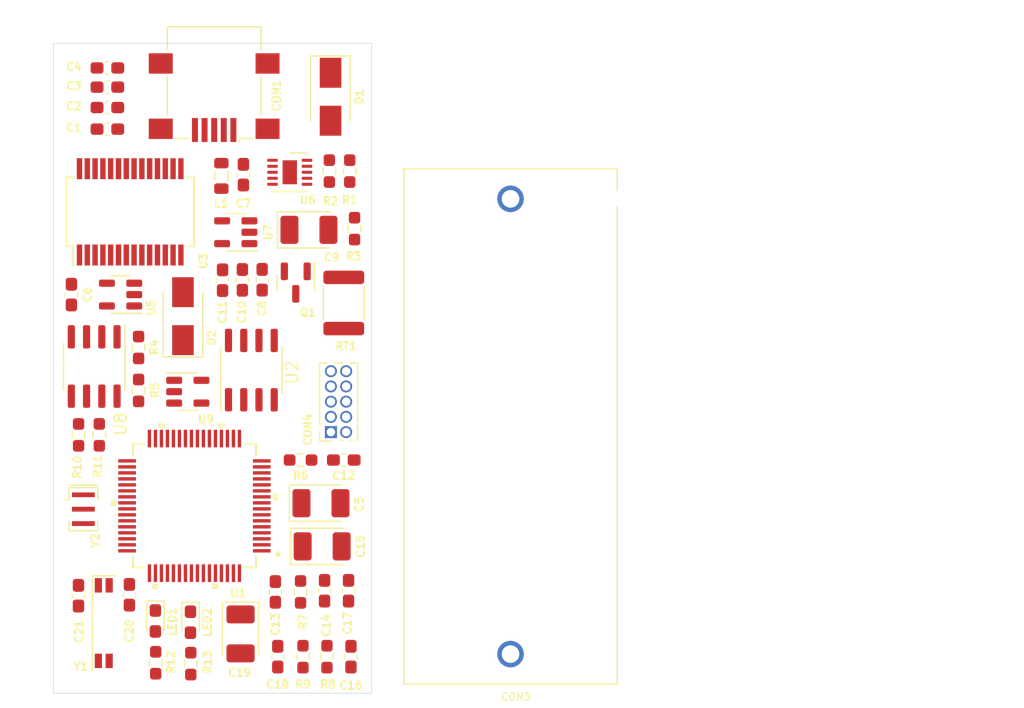
<source format=kicad_pcb>
(kicad_pcb (version 20211014) (generator pcbnew)
  (layers (0 "F.Cu" signal "cobre frontal") (31 "B.Cu" signal "Cobre traseira") (34 "B.Paste" user "Pasta traseira") (35 "F.Paste" user "Pasta frontal") (36 "B.SilkS" user "Serigrafia traseira") (37 "F.SilkS" user "Serigrafia frontal") (38 "B.Mask" user "Máscara traseira") (39 "F.Mask" user "Máscara frontal") (44 "Edge.Cuts" user "Cortes contorno"))
  (net 0 "")
  (net 1 "Net-(D2-Pad1)")
  (net 2 "0")
  (net 3 "+3V3")
  (net 4 "Net-(C7-Pad1)")
  (net 5 "RESET")
  (net 6 "+5VD")
  (net 7 "+3.3VP")
  (net 8 "Net-(C18-Pad1)")
  (net 9 "Net-(R1-Pad1)")
  (net 10 "Net-(CON1-Pad2)")
  (net 11 "Net-(CON1-Pad3)")
  (net 12 "Net-(CON1-Pad5)")
  (net 13 "Net-(D2-Pad2)")
  (net 14 "LED2")
  (net 15 "Net-(LED1-Pad2)")
  (net 16 "LED3")
  (net 17 "Net-(LED2-Pad2)")
  (net 18 "PIN-PWRMODE")
  (net 19 "PGED2")
  (net 20 "PGEC2")
  (net 21 "PIN-SCL")
  (net 22 "PIN-SDA")
  (net 23 "+2V5")
  (net 24 "Net-(CON3-Pad1)")
  (net 25 "RXA")
  (net 26 "TXA")
  (net 29 "Net-(C4-Pad1)")
  (net 30 "Net-(R2-Pad2)")
  (net 31 "Net-(R8-Pad2)")
  (net 32 "Net-(U1-Pad5)")
  (net 33 "Net-(U1-Pad6)")
  (net 34 "Net-(R6-Pad2)")
  (net 35 "Net-(U1-Pad8)")
  (net 50 "Net-(C8-Pad1)")
  (net 51 "Net-(C13-Pad1)")
  (net 52 "Net-(C20-Pad1)")
  (net 53 "Net-(C21-Pad1)")
  (net 54 "GND")
  (net 55 "VBAT")
  (net 57 "Net-(U1-Pad39)")
  (net 58 "Net-(U1-Pad40)")
  (net 59 "K0")
  (net 60 "K1")
  (net 61 "K2")
  (net 62 "K3")
  (net 63 "KC")
  (net 64 "KD")
  (net 65 "KE")
  (net 66 "K4")
  (net 67 "K5")
  (net 68 "K6")
  (net 69 "K7")
  (net 70 "K8")
  (net 71 "K9")
  (net 75 "KB")
  (net 76 "KA")
  (footprint "Capacitor_SMD:C_0603_1608Metric_Pad1.08x0.95mm_HandSolder" (layer "F.Cu") (at 193.1 39.7 -90)
    (fp_text reference "C11" (at 2.6625 0 90) (layer "F.SilkS") (effects (font (size 0.65 0.65))))
    (fp_text value "100nF")
    (pad "1" smd roundrect (at -0.8625 0 270) (size 1.075 0.95) (layers "F.Cu" "F.Paste" "F.Mask") (net 7 "+3.3VP"))
    (pad "2" smd roundrect (at 0.8625 0 270) (size 1.075 0.95) (layers "F.Cu" "F.Paste" "F.Mask") (net 2 "0"))
  )
  (footprint "Capacitor_Tantalum_SMD:CP_EIA-3528-12_Kemet-T_Pad1.50x2.35mm_HandSolder" (layer "F.Cu") (at 201.4 61.9)
    (fp_text reference "C15" (at 3.2 0 90) (layer "F.SilkS") (effects (font (size 0.65 0.65))))
    (fp_text value "10UfX6V-Tan")
    (pad "1" smd roundrect (at -1.625 0) (size 1.5 2.35) (layers "F.Cu" "F.Paste" "F.Mask") (roundrect_rratio 0.166667) (net 7 "+3.3VP"))
    (pad "2" smd roundrect (at 1.625 0) (size 1.5 2.35) (layers "F.Cu" "F.Paste" "F.Mask") (roundrect_rratio 0.166667) (net 2 "0"))
  )
  (footprint "Capacitor_SMD:C_0603_1608Metric_Pad1.08x0.95mm_HandSolder" (layer "F.Cu") (at 203.2 54.7 180)
    (fp_text reference "C12" (at -0.0125 -1.3) (layer "F.SilkS") (effects (font (size 0.65 0.65))))
    (fp_text value "100nF")
    (pad "1" smd roundrect (at -0.8625 0 180) (size 1.075 0.95) (layers "F.Cu" "F.Paste" "F.Mask") (net 3 "+3V3"))
    (pad "2" smd roundrect (at 0.8625 0 180) (size 1.075 0.95) (layers "F.Cu" "F.Paste" "F.Mask") (net 2 "0"))
  )
  (footprint "Capacitor_SMD:C_0603_1608Metric_Pad1.08x0.95mm_HandSolder" (layer "F.Cu") (at 196.4 39.6625 -90)
    (fp_text reference "C8" (at 2.4 0 90) (layer "F.SilkS") (effects (font (size 0.65 0.65))))
    (fp_text value "100nF")
    (pad "1" smd roundrect (at -0.8625 0 270) (size 1.075 0.95) (layers "F.Cu" "F.Paste" "F.Mask") (net 50 "Net-(C8-Pad1)"))
    (pad "2" smd roundrect (at 0.8625 0 270) (size 1.075 0.95) (layers "F.Cu" "F.Paste" "F.Mask") (net 2 "0"))
  )
  (footprint "Resistor_SMD:R_0603_1608Metric_Pad0.98x0.95mm_HandSolder" (layer "F.Cu") (at 199.8 71.1 90)
    (fp_text reference "R9" (at -2.3 0) (layer "F.SilkS") (effects (font (size 0.65 0.65))))
    (fp_text value "1K")
    (pad "1" smd roundrect (at -0.9125 0 90) (size 0.975 0.95) (layers "F.Cu" "F.Paste" "F.Mask") (net 23 "+2V5"))
    (pad "2" smd roundrect (at 0.9125 0 90) (size 0.975 0.95) (layers "F.Cu" "F.Paste" "F.Mask") (net 8 "Net-(C18-Pad1)"))
  )
  (footprint "footprints:PIC24HJ64GP206-I_slash_PT" (layer "F.Cu") (at 190.754 58.5216 180)
    (fp_text reference "U1" (at -3.646 -7.2784) (layer "F.SilkS") (effects (font (size 0.65 0.65))))
    (fp_text value "PIC24HJ64GP206-I_PT" hide)
    (fp_text user "*" (at -6.985 -4.2784) (layer "F.SilkS") (effects (font (size 0.8 0.8))))
    (fp_text user "*" (at -6.985 -4.281) (layer "F.SilkS") (effects (font (size 0.8 0.8))))
    (pad "1" smd rect locked (at -5.6134 -3.75 270) (size 0.2794 1.4732) (layers "F.Cu" "F.Paste" "F.Mask"))
    (pad "2" smd rect locked (at -5.6134 -3.250001 270) (size 0.2794 1.4732) (layers "F.Cu" "F.Paste" "F.Mask"))
    (pad "3" smd rect locked (at -5.6134 -2.75 270) (size 0.2794 1.4732) (layers "F.Cu" "F.Paste" "F.Mask"))
    (pad "4" smd rect locked (at -5.6134 -2.250001 270) (size 0.2794 1.4732) (layers "F.Cu" "F.Paste" "F.Mask") (net 51 "Net-(C13-Pad1)"))
    (pad "5" smd rect locked (at -5.6134 -1.749999 270) (size 0.2794 1.4732) (layers "F.Cu" "F.Paste" "F.Mask") (net 32 "Net-(U1-Pad5)"))
    (pad "6" smd rect locked (at -5.6134 -1.25 270) (size 0.2794 1.4732) (layers "F.Cu" "F.Paste" "F.Mask") (net 33 "Net-(U1-Pad6)"))
    (pad "7" smd rect locked (at -5.6134 -0.750001 270) (size 0.2794 1.4732) (layers "F.Cu" "F.Paste" "F.Mask") (net 5 "RESET"))
    (pad "8" smd rect locked (at -5.6134 -0.25 270) (size 0.2794 1.4732) (layers "F.Cu" "F.Paste" "F.Mask") (net 35 "Net-(U1-Pad8)"))
    (pad "9" smd rect locked (at -5.6134 0.25 270) (size 0.2794 1.4732) (layers "F.Cu" "F.Paste" "F.Mask") (net 2 "0"))
    (pad "10" smd rect locked (at -5.6134 0.750001 270) (size 0.2794 1.4732) (layers "F.Cu" "F.Paste" "F.Mask") (net 7 "+3.3VP"))
    (pad "11" smd rect locked (at -5.6134 1.25 270) (size 0.2794 1.4732) (layers "F.Cu" "F.Paste" "F.Mask") (net 59 "K0"))
    (pad "12" smd rect locked (at -5.6134 1.749999 270) (size 0.2794 1.4732) (layers "F.Cu" "F.Paste" "F.Mask") (net 60 "K1"))
    (pad "13" smd rect locked (at -5.6134 2.250001 270) (size 0.2794 1.4732) (layers "F.Cu" "F.Paste" "F.Mask") (net 61 "K2"))
    (pad "14" smd rect locked (at -5.6134 2.75 270) (size 0.2794 1.4732) (layers "F.Cu" "F.Paste" "F.Mask") (net 62 "K3"))
    (pad "15" smd rect locked (at -5.6134 3.250001 270) (size 0.2794 1.4732) (layers "F.Cu" "F.Paste" "F.Mask") (net 20 "PGEC2"))
    (pad "16" smd rect locked (at -5.6134 3.75 270) (size 0.2794 1.4732) (layers "F.Cu" "F.Paste" "F.Mask") (net 19 "PGED2"))
    (pad "17" smd rect locked (at -3.75 5.6134 180) (size 0.2794 1.4732) (layers "F.Cu" "F.Paste" "F.Mask"))
    (pad "18" smd rect locked (at -3.250001 5.6134 180) (size 0.2794 1.4732) (layers "F.Cu" "F.Paste" "F.Mask") (net 63 "KC"))
    (pad "19" smd rect locked (at -2.75 5.6134 180) (size 0.2794 1.4732) (layers "F.Cu" "F.Paste" "F.Mask") (net 7 "+3.3VP"))
    (pad "20" smd rect locked (at -2.250001 5.6134 180) (size 0.2794 1.4732) (layers "F.Cu" "F.Paste" "F.Mask") (net 2 "0"))
    (pad "21" smd rect locked (at -1.749999 5.6134 180) (size 0.2794 1.4732) (layers "F.Cu" "F.Paste" "F.Mask") (net 64 "KD"))
    (pad "22" smd rect locked (at -1.25 5.6134 180) (size 0.2794 1.4732) (layers "F.Cu" "F.Paste" "F.Mask") (net 65 "KE"))
    (pad "23" smd rect locked (at -0.750001 5.6134 180) (size 0.2794 1.4732) (layers "F.Cu" "F.Paste" "F.Mask") (net 66 "K4"))
    (pad "24" smd rect locked (at -0.25 5.6134 180) (size 0.2794 1.4732) (layers "F.Cu" "F.Paste" "F.Mask") (net 67 "K5"))
    (pad "25" smd rect locked (at 0.25 5.6134 180) (size 0.2794 1.4732) (layers "F.Cu" "F.Paste" "F.Mask") (net 2 "0"))
    (pad "26" smd rect locked (at 0.750001 5.6134 180) (size 0.2794 1.4732) (layers "F.Cu" "F.Paste" "F.Mask") (net 7 "+3.3VP"))
    (pad "27" smd rect locked (at 1.25 5.6134 180) (size 0.2794 1.4732) (layers "F.Cu" "F.Paste" "F.Mask") (net 68 "K6"))
    (pad "28" smd rect locked (at 1.749999 5.6134 180) (size 0.2794 1.4732) (layers "F.Cu" "F.Paste" "F.Mask") (net 69 "K7"))
    (pad "29" smd rect locked (at 2.250001 5.6134 180) (size 0.2794 1.4732) (layers "F.Cu" "F.Paste" "F.Mask") (net 70 "K8"))
    (pad "30" smd rect locked (at 2.75 5.6134 180) (size 0.2794 1.4732) (layers "F.Cu" "F.Paste" "F.Mask") (net 71 "K9"))
    (pad "31" smd rect locked (at 3.250001 5.6134 180) (size 0.2794 1.4732) (layers "F.Cu" "F.Paste" "F.Mask") (net 26 "TXA"))
    (pad "32" smd rect locked (at 3.75 5.6134 180) (size 0.2794 1.4732) (layers "F.Cu" "F.Paste" "F.Mask") (net 25 "RXA"))
    (pad "33" smd rect locked (at 5.6134 3.75 270) (size 0.2794 1.4732) (layers "F.Cu" "F.Paste" "F.Mask"))
    (pad "34" smd rect locked (at 5.6134 3.250001 270) (size 0.2794 1.4732) (layers "F.Cu" "F.Paste" "F.Mask"))
    (pad "35" smd rect locked (at 5.6134 2.75 270) (size 0.2794 1.4732) (layers "F.Cu" "F.Paste" "F.Mask") (net 18 "PIN-PWRMODE"))
    (pad "36" smd rect locked (at 5.6134 2.250001 270) (size 0.2794 1.4732) (layers "F.Cu" "F.Paste" "F.Mask") (net 22 "PIN-SDA"))
    (pad "37" smd rect locked (at 5.6134 1.749999 270) (size 0.2794 1.4732) (layers "F.Cu" "F.Paste" "F.Mask") (net 21 "PIN-SCL"))
    (pad "38" smd rect locked (at 5.6134 1.25 270) (size 0.2794 1.4732) (layers "F.Cu" "F.Paste" "F.Mask") (net 7 "+3.3VP"))
    (pad "39" smd rect locked (at 5.6134 0.750001 270) (size 0.2794 1.4732) (layers "F.Cu" "F.Paste" "F.Mask") (net 57 "Net-(U1-Pad39)"))
    (pad "40" smd rect locked (at 5.6134 0.25 270) (size 0.2794 1.4732) (layers "F.Cu" "F.Paste" "F.Mask") (net 58 "Net-(U1-Pad40)"))
    (pad "41" smd rect locked (at 5.6134 -0.25 270) (size 0.2794 1.4732) (layers "F.Cu" "F.Paste" "F.Mask") (net 2 "0"))
    (pad "42" smd rect locked (at 5.6134 -0.750001 270) (size 0.2794 1.4732) (layers "F.Cu" "F.Paste" "F.Mask"))
    (pad "43" smd rect locked (at 5.6134 -1.25 270) (size 0.2794 1.4732) (layers "F.Cu" "F.Paste" "F.Mask"))
    (pad "44" smd rect locked (at 5.6134 -1.749999 270) (size 0.2794 1.4732) (layers "F.Cu" "F.Paste" "F.Mask"))
    (pad "45" smd rect locked (at 5.6134 -2.250001 270) (size 0.2794 1.4732) (layers "F.Cu" "F.Paste" "F.Mask"))
    (pad "46" smd rect locked (at 5.6134 -2.75 270) (size 0.2794 1.4732) (layers "F.Cu" "F.Paste" "F.Mask"))
    (pad "47" smd rect locked (at 5.6134 -3.250001 270) (size 0.2794 1.4732) (layers "F.Cu" "F.Paste" "F.Mask") (net 53 "Net-(C21-Pad1)"))
    (pad "48" smd rect locked (at 5.6134 -3.75 270) (size 0.2794 1.4732) (layers "F.Cu" "F.Paste" "F.Mask") (net 52 "Net-(C20-Pad1)"))
    (pad "49" smd rect locked (at 3.75 -5.6134 180) (size 0.2794 1.4732) (layers "F.Cu" "F.Paste" "F.Mask"))
    (pad "50" smd rect locked (at 3.250001 -5.6134 180) (size 0.2794 1.4732) (layers "F.Cu" "F.Paste" "F.Mask"))
    (pad "51" smd rect locked (at 2.75 -5.6134 180) (size 0.2794 1.4732) (layers "F.Cu" "F.Paste" "F.Mask"))
    (pad "52" smd rect locked (at 2.250001 -5.6134 180) (size 0.2794 1.4732) (layers "F.Cu" "F.Paste" "F.Mask") (net 75 "KB"))
    (pad "53" smd rect locked (at 1.749999 -5.6134 180) (size 0.2794 1.4732) (layers "F.Cu" "F.Paste" "F.Mask") (net 76 "KA"))
    (pad "54" smd rect locked (at 1.25 -5.6134 180) (size 0.2794 1.4732) (layers "F.Cu" "F.Paste" "F.Mask") (net 14 "LED2"))
    (pad "55" smd rect locked (at 0.750001 -5.6134 180) (size 0.2794 1.4732) (layers "F.Cu" "F.Paste" "F.Mask") (net 16 "LED3"))
    (pad "56" smd rect locked (at 0.25 -5.6134 180) (size 0.2794 1.4732) (layers "F.Cu" "F.Paste" "F.Mask") (net 8 "Net-(C18-Pad1)"))
    (pad "57" smd rect locked (at -0.25 -5.6134 180) (size 0.2794 1.4732) (layers "F.Cu" "F.Paste" "F.Mask") (net 31 "Net-(R8-Pad2)"))
    (pad "58" smd rect locked (at -0.750001 -5.6134 180) (size 0.2794 1.4732) (layers "F.Cu" "F.Paste" "F.Mask"))
    (pad "59" smd rect locked (at -1.25 -5.6134 180) (size 0.2794 1.4732) (layers "F.Cu" "F.Paste" "F.Mask"))
    (pad "60" smd rect locked (at -1.749999 -5.6134 180) (size 0.2794 1.4732) (layers "F.Cu" "F.Paste" "F.Mask"))
    (pad "61" smd rect locked (at -2.250001 -5.6134 180) (size 0.2794 1.4732) (layers "F.Cu" "F.Paste" "F.Mask"))
    (pad "62" smd rect locked (at -2.75 -5.6134 180) (size 0.2794 1.4732) (layers "F.Cu" "F.Paste" "F.Mask"))
    (pad "63" smd rect locked (at -3.250001 -5.6134 180) (size 0.2794 1.4732) (layers "F.Cu" "F.Paste" "F.Mask"))
    (pad "64" smd rect locked (at -3.75 -5.6134 180) (size 0.2794 1.4732) (layers "F.Cu" "F.Paste" "F.Mask"))
  )
  (footprint "Package_SON:VSON-10-1EP_3x3mm_P0.5mm_EP1.2x2mm" (layer "F.Cu") (at 198.7 30.7)
    (fp_text reference "U6" (at 1.5 2.3) (layer "F.SilkS") (effects (font (size 0.65 0.65))))
    (fp_text value "LM3658SD")
    (pad "1" smd roundrect (at -1.4375 -1) (size 0.875 0.25) (layers "F.Cu" "F.Paste" "F.Mask"))
    (pad "2" smd roundrect (at -1.4375 -0.5) (size 0.875 0.25) (layers "F.Cu" "F.Paste" "F.Mask") (net 1 "Net-(D2-Pad1)"))
    (pad "3" smd roundrect (at -1.4375 0) (size 0.875 0.25) (layers "F.Cu" "F.Paste" "F.Mask") (net 2 "0"))
    (pad "4" smd roundrect (at -1.4375 0.5) (size 0.875 0.25) (layers "F.Cu" "F.Paste" "F.Mask") (net 4 "Net-(C7-Pad1)"))
    (pad "5" smd roundrect (at -1.4375 1) (size 0.875 0.25) (layers "F.Cu" "F.Paste" "F.Mask") (net 2 "0"))
    (pad "6" smd roundrect (at 1.4375 1) (size 0.875 0.25) (layers "F.Cu" "F.Paste" "F.Mask"))
    (pad "7" smd roundrect (at 1.4375 0.5) (size 0.875 0.25) (layers "F.Cu" "F.Paste" "F.Mask"))
    (pad "8" smd roundrect (at 1.4375 0) (size 0.875 0.25) (layers "F.Cu" "F.Paste" "F.Mask") (net 30 "Net-(R2-Pad2)"))
    (pad "9" smd roundrect (at 1.4375 -0.5) (size 0.875 0.25) (layers "F.Cu" "F.Paste" "F.Mask") (net 9 "Net-(R1-Pad1)"))
    (pad "10" smd roundrect (at 1.4375 -1) (size 0.875 0.25) (layers "F.Cu" "F.Paste" "F.Mask") (net 50 "Net-(C8-Pad1)"))
    (pad "11" smd rect (at 0 0) (size 1.2 2) (layers "F.Cu" "F.Mask"))
  )
  (footprint "Capacitor_SMD:C_0603_1608Metric_Pad1.08x0.95mm_HandSolder" (layer "F.Cu") (at 183.5 27.1 180)
    (fp_text reference "C1" (at 2.8 0.1) (layer "F.SilkS") (effects (font (size 0.65 0.65))))
    (fp_text value "100nF")
    (pad "1" smd roundrect (at -0.8625 0 180) (size 1.075 0.95) (layers "F.Cu" "F.Paste" "F.Mask") (net 1 "Net-(D2-Pad1)"))
    (pad "2" smd roundrect (at 0.8625 0 180) (size 1.075 0.95) (layers "F.Cu" "F.Paste" "F.Mask") (net 2 "0"))
  )
  (footprint "Package_TO_SOT_SMD:SOT-23-5" (layer "F.Cu") (at 194.2 35.7 180)
    (fp_text reference "U7" (at -2.7 0 90) (layer "F.SilkS") (effects (font (size 0.65 0.65))))
    (fp_text value "TPS7A0533PDBV")
    (pad "1" smd roundrect (at -1.1375 -0.95 180) (size 1.325 0.6) (layers "F.Cu" "F.Paste" "F.Mask") (net 6 "+5VD"))
    (pad "2" smd roundrect (at -1.1375 0 180) (size 1.325 0.6) (layers "F.Cu" "F.Paste" "F.Mask") (net 2 "0"))
    (pad "3" smd roundrect (at -1.1375 0.95 180) (size 1.325 0.6) (layers "F.Cu" "F.Paste" "F.Mask") (net 6 "+5VD"))
    (pad "4" smd roundrect (at 1.1375 0.95 180) (size 1.325 0.6) (layers "F.Cu" "F.Paste" "F.Mask"))
    (pad "5" smd roundrect (at 1.1375 -0.95 180) (size 1.325 0.6) (layers "F.Cu" "F.Paste" "F.Mask") (net 7 "+3.3VP"))
  )
  (footprint "Resistor_SMD:R_0603_1608Metric_Pad0.98x0.95mm_HandSolder" (layer "F.Cu") (at 181.1 52.6 -90)
    (fp_text reference "R10" (at 2.7 0.1 90) (layer "F.SilkS") (effects (font (size 0.65 0.65))))
    (fp_text value "1K5")
    (pad "1" smd roundrect (at -0.9125 0 270) (size 0.975 0.95) (layers "F.Cu" "F.Paste" "F.Mask") (net 18 "PIN-PWRMODE"))
    (pad "2" smd roundrect (at 0.9125 0 270) (size 0.975 0.95) (layers "F.Cu" "F.Paste" "F.Mask") (net 6 "+5VD"))
  )
  (footprint "Capacitor_SMD:C_0603_1608Metric_Pad1.08x0.95mm_HandSolder" (layer "F.Cu") (at 194.8375 30.9 90)
    (fp_text reference "C7" (at -2.4 0 180) (layer "F.SilkS") (effects (font (size 0.65 0.65))))
    (fp_text value "1uF")
    (pad "1" smd roundrect (at -0.8625 0 90) (size 1.075 0.95) (layers "F.Cu" "F.Paste" "F.Mask") (net 4 "Net-(C7-Pad1)"))
    (pad "2" smd roundrect (at 0.8625 0 90) (size 1.075 0.95) (layers "F.Cu" "F.Paste" "F.Mask") (net 2 "0"))
  )
  (footprint "Resistor_SMD:R_0603_1608Metric_Pad0.98x0.95mm_HandSolder" (layer "F.Cu") (at 190.4508 71.6813 90)
    (fp_text reference "R13" (at 0.1313 1.3934 90) (layer "F.SilkS") (effects (font (size 0.65 0.65))))
    (fp_text value "470R")
    (pad "1" smd roundrect (at -0.9125 0 90) (size 0.975 0.95) (layers "F.Cu" "F.Paste" "F.Mask") (net 3 "+3V3"))
    (pad "2" smd roundrect (at 0.9125 0 90) (size 0.975 0.95) (layers "F.Cu" "F.Paste" "F.Mask") (net 17 "Net-(LED2-Pad2)"))
  )
  (footprint "Resistor_SMD:R_0603_1608Metric_Pad0.98x0.95mm_HandSolder" (layer "F.Cu") (at 202 30.6 90)
    (fp_text reference "R2" (at -2.5125 0.1 180) (layer "F.SilkS") (effects (font (size 0.65 0.65))))
    (fp_text value "10k")
    (pad "1" smd roundrect (at -0.9125 0 90) (size 0.975 0.95) (layers "F.Cu" "F.Paste" "F.Mask") (net 2 "0"))
    (pad "2" smd roundrect (at 0.9125 0 90) (size 0.975 0.95) (layers "F.Cu" "F.Paste" "F.Mask") (net 30 "Net-(R2-Pad2)"))
  )
  (footprint "Crystal:Crystal_SMD_SeikoEpson_MC146-4Pin_6.7x1.5mm" (layer "F.Cu") (at 183.2 68.3 -90)
    (fp_text reference "Y1" (at 3.614 1.9082) (layer "F.SilkS") (effects (font (size 0.65 0.65))))
    (fp_text value "Crystal_32KHz")
    (pad "1" smd rect (at -3.15 0.45 270) (size 1.2 0.6) (layers "F.Cu" "F.Paste" "F.Mask") (net 53 "Net-(C21-Pad1)"))
    (pad "2" smd rect (at 3.15 0.45 270) (size 1.2 0.6) (layers "F.Cu" "F.Paste" "F.Mask") (net 2 "0"))
    (pad "3" smd rect (at 3.15 -0.45 270) (size 1.2 0.6) (layers "F.Cu" "F.Paste" "F.Mask") (net 52 "Net-(C20-Pad1)"))
    (pad "4" smd rect (at -3.15 -0.45 270) (size 1.2 0.6) (layers "F.Cu" "F.Paste" "F.Mask"))
  )
  (footprint "Resistor_SMD:R_0603_1608Metric_Pad0.98x0.95mm_HandSolder" (layer "F.Cu") (at 186.1 45.3146 -90)
    (fp_text reference "R4" (at -0.0146 -1.3 90) (layer "F.SilkS") (effects (font (size 0.65 0.65))))
    (fp_text value "1K")
    (pad "1" smd roundrect (at -0.9125 0 270) (size 0.975 0.95) (layers "F.Cu" "F.Paste" "F.Mask") (net 3 "+3V3"))
    (pad "2" smd roundrect (at 0.9125 0 270) (size 0.975 0.95) (layers "F.Cu" "F.Paste" "F.Mask") (net 21 "PIN-SCL"))
  )
  (footprint "Connector_USB:USB_Mini-B_Lumberg_2486_01_Horizontal" (layer "F.Cu") (at 192.4 24.475 180)
    (fp_text reference "CON1" (at -5.2 0.175 270) (layer "F.SilkS") (effects (font (size 0.65 0.65))))
    (fp_text value "USB_B")
    (pad "" np_thru_hole circle (at 2.2 0 180) (size 1 1) (drill 1) (layers *.Cu *.Mask))
    (pad "" np_thru_hole circle (at -2.2 0 180) (size 1 1) (drill 1) (layers *.Cu *.Mask))
    (pad "1" smd rect (at -1.6 -2.7 180) (size 0.5 2) (layers "F.Cu" "F.Paste" "F.Mask") (net 1 "Net-(D2-Pad1)"))
    (pad "2" smd rect (at -0.8 -2.7 180) (size 0.5 2) (layers "F.Cu" "F.Paste" "F.Mask") (net 10 "Net-(CON1-Pad2)"))
    (pad "3" smd rect (at 0 -2.7 180) (size 0.5 2) (layers "F.Cu" "F.Paste" "F.Mask") (net 11 "Net-(CON1-Pad3)"))
    (pad "4" smd rect (at 0.8 -2.7 180) (size 0.5 2) (layers "F.Cu" "F.Paste" "F.Mask") (net 2 "0"))
    (pad "5" smd rect (at 1.6 -2.7 180) (size 0.5 2) (layers "F.Cu" "F.Paste" "F.Mask") (net 12 "Net-(CON1-Pad5)"))
    (pad "6" smd rect (at -4.45 -2.6 180) (size 2 1.7) (layers "F.Cu" "F.Paste" "F.Mask"))
    (pad "6" smd rect (at 4.45 2.85 180) (size 2 1.7) (layers "F.Cu" "F.Paste" "F.Mask"))
    (pad "6" smd rect (at 4.45 -2.6 180) (size 2 1.7) (layers "F.Cu" "F.Paste" "F.Mask"))
    (pad "6" smd rect (at -4.45 2.85 180) (size 2 1.7) (layers "F.Cu" "F.Paste" "F.Mask"))
  )
  (footprint "Inductor_SMD:L_0805_2012Metric" (layer "F.Cu") (at 193 31 90)
    (fp_text reference "L1" (at -2.3 0 180) (layer "F.SilkS") (effects (font (size 0.65 0.65))))
    (fp_text value "BLM21PG221SN1D")
    (pad "1" smd roundrect (at -1.0625 0 90) (size 0.875 1.2) (layers "F.Cu" "F.Paste" "F.Mask") (net 2 "0"))
    (pad "2" smd roundrect (at 1.0625 0 90) (size 0.875 1.2) (layers "F.Cu" "F.Paste" "F.Mask") (net 12 "Net-(CON1-Pad5)"))
  )
  (footprint "LED_SMD:LED_0603_1608Metric_Pad1.05x0.95mm_HandSolder" (layer "F.Cu") (at 190.4254 68.225 -90)
    (fp_text reference "LED2" (at 0.025 -1.4188 90) (layer "F.SilkS") (effects (font (size 0.65 0.65))))
    (fp_text value "GREEN")
    (pad "1" smd roundrect (at -0.875 0 270) (size 1.05 0.95) (layers "F.Cu" "F.Paste" "F.Mask") (net 16 "LED3"))
    (pad "2" smd roundrect (at 0.875 0 270) (size 1.05 0.95) (layers "F.Cu" "F.Paste" "F.Mask") (net 17 "Net-(LED2-Pad2)"))
  )
  (footprint "Resistor_SMD:R_0603_1608Metric_Pad0.98x0.95mm_HandSolder" (layer "F.Cu") (at 199.6 65.7 90)
    (fp_text reference "R7" (at -2.4875 0.2 270) (layer "F.SilkS") (effects (font (size 0.65 0.65))))
    (fp_text value "22k")
    (pad "1" smd roundrect (at -0.9125 0 90) (size 0.975 0.95) (layers "F.Cu" "F.Paste" "F.Mask") (net 7 "+3.3VP"))
    (pad "2" smd roundrect (at 0.9125 0 90) (size 0.975 0.95) (layers "F.Cu" "F.Paste" "F.Mask") (net 5 "RESET"))
  )
  (footprint "Capacitor_SMD:C_0603_1608Metric_Pad1.08x0.95mm_HandSolder" (layer "F.Cu") (at 180.5 40.9 90)
    (fp_text reference "C6" (at 0 1.3517 90) (layer "F.SilkS") (effects (font (size 0.65 0.65))))
    (fp_text value "100nF")
    (pad "1" smd roundrect (at -0.8625 0 90) (size 1.075 0.95) (layers "F.Cu" "F.Paste" "F.Mask") (net 3 "+3V3"))
    (pad "2" smd roundrect (at 0.8625 0 90) (size 1.075 0.95) (layers "F.Cu" "F.Paste" "F.Mask") (net 2 "0"))
  )
  (footprint "Diode_SMD:D_SMA" (layer "F.Cu") (at 202.1 24.4 -90)
    (fp_text reference "D1" (at 0 -2.4 90) (layer "F.SilkS") (effects (font (size 0.65 0.65))))
    (fp_text value "SSA33L")
    (pad "1" smd rect (at -2 0 270) (size 2.5 1.8) (layers "F.Cu" "F.Paste" "F.Mask") (net 2 "0"))
    (pad "2" smd rect (at 2 0 270) (size 2.5 1.8) (layers "F.Cu" "F.Paste" "F.Mask") (net 50 "Net-(C8-Pad1)"))
  )
  (footprint "Resistor_SMD:R_0603_1608Metric_Pad0.98x0.95mm_HandSolder" (layer "F.Cu") (at 182.8272 52.6 90)
    (fp_text reference "R11" (at -2.6 -0.1272 90) (layer "F.SilkS") (effects (font (size 0.65 0.65))))
    (fp_text value "3K3")
    (pad "1" smd roundrect (at -0.9125 0 90) (size 0.975 0.95) (layers "F.Cu" "F.Paste" "F.Mask") (net 2 "0"))
    (pad "2" smd roundrect (at 0.9125 0 90) (size 0.975 0.95) (layers "F.Cu" "F.Paste" "F.Mask") (net 18 "PIN-PWRMODE"))
  )
  (footprint "Capacitor_SMD:C_0603_1608Metric_Pad1.08x0.95mm_HandSolder" (layer "F.Cu") (at 197.7 71.1 -90)
    (fp_text reference "C18" (at 2.3 -0.001 180) (layer "F.SilkS") (effects (font (size 0.65 0.65))))
    (fp_text value "100nF")
    (pad "1" smd roundrect (at -0.8625 0 270) (size 1.075 0.95) (layers "F.Cu" "F.Paste" "F.Mask") (net 8 "Net-(C18-Pad1)"))
    (pad "2" smd roundrect (at 0.8625 0 270) (size 1.075 0.95) (layers "F.Cu" "F.Paste" "F.Mask") (net 2 "0"))
  )
  (footprint "Capacitor_Tantalum_SMD:CP_EIA-3528-12_Kemet-T_Pad1.50x2.35mm_HandSolder" (layer "F.Cu") (at 200.3 35.5)
    (fp_text reference "C9" (at 1.9 2.3) (layer "F.SilkS") (effects (font (size 0.65 0.65))))
    (fp_text value "470uFx16v")
    (pad "1" smd roundrect (at -1.625 0) (size 1.5 2.35) (layers "F.Cu" "F.Paste" "F.Mask") (roundrect_rratio 0.166667) (net 6 "+5VD"))
    (pad "2" smd roundrect (at 1.625 0) (size 1.5 2.35) (layers "F.Cu" "F.Paste" "F.Mask") (roundrect_rratio 0.166667) (net 2 "0"))
  )
  (footprint "Capacitor_SMD:C_0603_1608Metric_Pad1.08x0.95mm_HandSolder" (layer "F.Cu") (at 183.5 22 180)
    (fp_text reference "C4" (at 2.8 0.1) (layer "F.SilkS") (effects (font (size 0.65 0.65))))
    (fp_text value "1uF")
    (pad "1" smd roundrect (at -0.8625 0 180) (size 1.075 0.95) (layers "F.Cu" "F.Paste" "F.Mask") (net 29 "Net-(C4-Pad1)"))
    (pad "2" smd roundrect (at 0.8625 0 180) (size 1.075 0.95) (layers "F.Cu" "F.Paste" "F.Mask") (net 2 "0"))
  )
  (footprint "Capacitor_SMD:C_0603_1608Metric_Pad1.08x0.95mm_HandSolder" (layer "F.Cu") (at 197.5 65.7 -90)
    (fp_text reference "C13" (at 2.7 0 90) (layer "F.SilkS") (effects (font (size 0.65 0.65))))
    (fp_text value "47pF")
    (pad "1" smd roundrect (at -0.8625 0 270) (size 1.075 0.95) (layers "F.Cu" "F.Paste" "F.Mask") (net 51 "Net-(C13-Pad1)"))
    (pad "2" smd roundrect (at 0.8625 0 270) (size 1.075 0.95) (layers "F.Cu" "F.Paste" "F.Mask") (net 2 "0"))
  )
  (footprint "Resistor_SMD:R_0603_1608Metric_Pad0.98x0.95mm_HandSolder" (layer "F.Cu") (at 203.7 30.6 -90)
    (fp_text reference "R1" (at 2.4125 0 180) (layer "F.SilkS") (effects (font (size 0.65 0.65))))
    (fp_text value "10k")
    (pad "1" smd roundrect (at -0.9125 0 270) (size 0.975 0.95) (layers "F.Cu" "F.Paste" "F.Mask") (net 9 "Net-(R1-Pad1)"))
    (pad "2" smd roundrect (at 0.9125 0 270) (size 0.975 0.95) (layers "F.Cu" "F.Paste" "F.Mask") (net 2 "0"))
  )
  (footprint "Resistor_SMD:R_0603_1608Metric_Pad0.98x0.95mm_HandSolder" (layer "F.Cu") (at 204.1 35.4 -90)
    (fp_text reference "R3" (at 2.3 0.1 180) (layer "F.SilkS") (effects (font (size 0.65 0.65))))
    (fp_text value "10k")
    (pad "1" smd roundrect (at -0.9125 0 270) (size 0.975 0.95) (layers "F.Cu" "F.Paste" "F.Mask") (net 6 "+5VD"))
    (pad "2" smd roundrect (at 0.9125 0 270) (size 0.975 0.95) (layers "F.Cu" "F.Paste" "F.Mask") (net 2 "0"))
  )
  (footprint "Package_TO_SOT_SMD:SOT-23-5" (layer "F.Cu") (at 190.2 49)
    (fp_text reference "U9" (at 1.509802 2.2997) (layer "F.SilkS") (effects (font (size 0.65 0.65))))
    (fp_text value "24AA02-OT")
    (pad "1" smd roundrect (at -1.1375 -0.95) (size 1.325 0.6) (layers "F.Cu" "F.Paste" "F.Mask") (net 21 "PIN-SCL"))
    (pad "2" smd roundrect (at -1.1375 0) (size 1.325 0.6) (layers "F.Cu" "F.Paste" "F.Mask") (net 2 "0"))
    (pad "3" smd roundrect (at -1.1375 0.95) (size 1.325 0.6) (layers "F.Cu" "F.Paste" "F.Mask") (net 22 "PIN-SDA"))
    (pad "4" smd roundrect (at 1.1375 0.95) (size 1.325 0.6) (layers "F.Cu" "F.Paste" "F.Mask") (net 3 "+3V3"))
    (pad "5" smd roundrect (at 1.1375 -0.95) (size 1.325 0.6) (layers "F.Cu" "F.Paste" "F.Mask"))
  )
  (footprint "Resistor_SMD:R_0603_1608Metric_Pad0.98x0.95mm_HandSolder" (layer "F.Cu") (at 187.5254 71.6067 90)
    (fp_text reference "R12" (at 0.0567 1.2746 90) (layer "F.SilkS") (effects (font (size 0.65 0.65))))
    (fp_text value "470R")
    (pad "1" smd roundrect (at -0.9125 0 90) (size 0.975 0.95) (layers "F.Cu" "F.Paste" "F.Mask") (net 3 "+3V3"))
    (pad "2" smd roundrect (at 0.9125 0 90) (size 0.975 0.95) (layers "F.Cu" "F.Paste" "F.Mask") (net 15 "Net-(LED1-Pad2)"))
  )
  (footprint "Capacitor_SMD:C_0603_1608Metric_Pad1.08x0.95mm_HandSolder" (layer "F.Cu") (at 183.5 23.6 180)
    (fp_text reference "C3" (at 2.8 0.1) (layer "F.SilkS") (effects (font (size 0.65 0.65))))
    (fp_text value "4,7uF")
    (pad "1" smd roundrect (at -0.8625 0 180) (size 1.075 0.95) (layers "F.Cu" "F.Paste" "F.Mask") (net 1 "Net-(D2-Pad1)"))
    (pad "2" smd roundrect (at 0.8625 0 180) (size 1.075 0.95) (layers "F.Cu" "F.Paste" "F.Mask") (net 2 "0"))
  )
  (footprint "Connector_PinSocket_1.27mm:PinSocket_2x05_P1.27mm_Vertical" (layer "F.Cu") (at 202.13 52.37 180)
    (fp_text reference "CON4" (at 1.93 0.21 90) (layer "F.SilkS") (effects (font (size 0.65 0.65))))
    (fp_text value "Conn_02x05_Odd_Even")
    (pad "1" thru_hole rect (at 0 0 180) (size 1 1) (drill 0.7) (layers *.Cu *.Mask) (net 5 "RESET"))
    (pad "2" thru_hole oval (at -1.27 0 180) (size 1 1) (drill 0.7) (layers *.Cu *.Mask) (net 23 "+2V5"))
    (pad "3" thru_hole oval (at 0 1.27 180) (size 1 1) (drill 0.7) (layers *.Cu *.Mask) (net 3 "+3V3"))
    (pad "4" thru_hole oval (at -1.27 1.27 180) (size 1 1) (drill 0.7) (layers *.Cu *.Mask) (net 7 "+3.3VP"))
    (pad "5" thru_hole oval (at 0 2.54 180) (size 1 1) (drill 0.7) (layers *.Cu *.Mask) (net 54 "GND"))
    (pad "6" thru_hole oval (at -1.27 2.54 180) (size 1 1) (drill 0.7) (layers *.Cu *.Mask) (net 55 "VBAT"))
    (pad "7" thru_hole oval (at 0 3.81 180) (size 1 1) (drill 0.7) (layers *.Cu *.Mask) (net 19 "PGED2"))
    (pad "8" thru_hole oval (at -1.27 3.81 180) (size 1 1) (drill 0.7) (layers *.Cu *.Mask) (net 25 "RXA"))
    (pad "9" thru_hole oval (at 0 5.08 180) (size 1 1) (drill 0.7) (layers *.Cu *.Mask) (net 20 "PGEC2"))
    (pad "10" thru_hole oval (at -1.27 5.08 180) (size 1 1) (drill 0.7) (layers *.Cu *.Mask) (net 26 "TXA"))
  )
  (footprint "Capacitor_SMD:C_0603_1608Metric_Pad1.08x0.95mm_HandSolder" (layer "F.Cu") (at 185.3336 65.9378 -90)
    (fp_text reference "C20" (at 3.023 -0.0072 90) (layer "F.SilkS") (effects (font (size 0.65 0.65))))
    (fp_text value "12pF")
    (pad "1" smd roundrect (at -0.8625 0 270) (size 1.075 0.95) (layers "F.Cu" "F.Paste" "F.Mask") (net 52 "Net-(C20-Pad1)"))
    (pad "2" smd roundrect (at 0.8625 0 270) (size 1.075 0.95) (layers "F.Cu" "F.Paste" "F.Mask") (net 2 "0"))
  )
  (footprint "Package_SO:SOIC-8_3.9x4.9mm_P1.27mm" (layer "F.Cu") (at 195.5 47.2 90)
    (fp_text reference "U2" (at -0.2 3.4 90) (layer "F.SilkS"))
    (fp_text value "FM25V10-GTR")
    (pad "1" smd roundrect (at -2.475 -1.905 90) (size 1.95 0.6) (layers "F.Cu" "F.Paste" "F.Mask") (net 35 "Net-(U1-Pad8)"))
    (pad "2" smd roundrect (at -2.475 -0.635 90) (size 1.95 0.6) (layers "F.Cu" "F.Paste" "F.Mask") (net 32 "Net-(U1-Pad5)"))
    (pad "3" smd roundrect (at -2.475 0.635 90) (size 1.95 0.6) (layers "F.Cu" "F.Paste" "F.Mask") (net 34 "Net-(R6-Pad2)"))
    (pad "4" smd roundrect (at -2.475 1.905 90) (size 1.95 0.6) (layers "F.Cu" "F.Paste" "F.Mask") (net 2 "0"))
    (pad "5" smd roundrect (at 2.475 1.905 90) (size 1.95 0.6) (layers "F.Cu" "F.Paste" "F.Mask") (net 33 "Net-(U1-Pad6)"))
    (pad "6" smd roundrect (at 2.475 0.635 90) (size 1.95 0.6) (layers "F.Cu" "F.Paste" "F.Mask") (net 51 "Net-(C13-Pad1)"))
    (pad "7" smd roundrect (at 2.475 -0.635 90) (size 1.95 0.6) (layers "F.Cu" "F.Paste" "F.Mask") (net 34 "Net-(R6-Pad2)"))
    (pad "8" smd roundrect (at 2.475 -1.905 90) (size 1.95 0.6) (layers "F.Cu" "F.Paste" "F.Mask") (net 3 "+3V3"))
  )
  (footprint "Capacitor_SMD:C_0603_1608Metric_Pad1.08x0.95mm_HandSolder" (layer "F.Cu") (at 194.751 39.6746 -90)
    (fp_text reference "C10" (at 2.6879 0.051 90) (layer "F.SilkS") (effects (font (size 0.65 0.65))))
    (fp_text value "100nF")
    (pad "1" smd roundrect (at -0.8625 0 270) (size 1.075 0.95) (layers "F.Cu" "F.Paste" "F.Mask") (net 6 "+5VD"))
    (pad "2" smd roundrect (at 0.8625 0 270) (size 1.075 0.95) (layers "F.Cu" "F.Paste" "F.Mask") (net 2 "0"))
  )
  (footprint "Capacitor_SMD:C_0603_1608Metric_Pad1.08x0.95mm_HandSolder" (layer "F.Cu") (at 183.5 25.3 180)
    (fp_text reference "C2" (at 2.8 0.1) (layer "F.SilkS") (effects (font (size 0.65 0.65))))
    (fp_text value "10nF")
    (pad "1" smd roundrect (at -0.8625 0 180) (size 1.075 0.95) (layers "F.Cu" "F.Paste" "F.Mask") (net 1 "Net-(D2-Pad1)"))
    (pad "2" smd roundrect (at 0.8625 0 180) (size 1.075 0.95) (layers "F.Cu" "F.Paste" "F.Mask") (net 2 "0"))
  )
  (footprint "Capacitor_SMD:C_0603_1608Metric_Pad1.08x0.95mm_HandSolder" (layer "F.Cu") (at 203.8 71.1 -90)
    (fp_text reference "C16" (at 2.4 0 180) (layer "F.SilkS") (effects (font (size 0.65 0.65))))
    (fp_text value "100nF")
    (pad "1" smd roundrect (at -0.8625 0 270) (size 1.075 0.95) (layers "F.Cu" "F.Paste" "F.Mask") (net 7 "+3.3VP"))
    (pad "2" smd roundrect (at 0.8625 0 270) (size 1.075 0.95) (layers "F.Cu" "F.Paste" "F.Mask") (net 2 "0"))
  )
  (footprint "LED_SMD:LED_0603_1608Metric_Pad1.05x0.95mm_HandSolder" (layer "F.Cu") (at 187.5 68.125 -90)
    (fp_text reference "LED1" (at 0.0692 -1.4254 90) (layer "F.SilkS") (effects (font (size 0.65 0.65))))
    (fp_text value "RED")
    (pad "1" smd roundrect (at -0.875 0 270) (size 1.05 0.95) (layers "F.Cu" "F.Paste" "F.Mask") (net 14 "LED2"))
    (pad "2" smd roundrect (at 0.875 0 270) (size 1.05 0.95) (layers "F.Cu" "F.Paste" "F.Mask") (net 15 "Net-(LED1-Pad2)"))
  )
  (footprint "Resistor_SMD:R_0603_1608Metric_Pad0.98x0.95mm_HandSolder" (layer "F.Cu") (at 199.6 54.7 180)
    (fp_text reference "R6" (at -0.0125 -1.3 180) (layer "F.SilkS") (effects (font (size 0.65 0.65))))
    (fp_text value "22k")
    (pad "1" smd roundrect (at -0.9125 0 180) (size 0.975 0.95) (layers "F.Cu" "F.Paste" "F.Mask") (net 3 "+3V3"))
    (pad "2" smd roundrect (at 0.9125 0 180) (size 0.975 0.95) (layers "F.Cu" "F.Paste" "F.Mask") (net 34 "Net-(R6-Pad2)"))
  )
  (footprint "Package_TO_SOT_SMD:SOT-23-5" (layer "F.Cu") (at 184.6 40.9 180)
    (fp_text reference "U5" (at -2.5517 -1.1 90) (layer "F.SilkS") (effects (font (size 0.65 0.65))))
    (fp_text value "TPS7A0533PDBV")
    (pad "1" smd roundrect (at -1.1375 -0.95 180) (size 1.325 0.6) (layers "F.Cu" "F.Paste" "F.Mask") (net 13 "Net-(D2-Pad2)"))
    (pad "2" smd roundrect (at -1.1375 0 180) (size 1.325 0.6) (layers "F.Cu" "F.Paste" "F.Mask") (net 2 "0"))
    (pad "3" smd roundrect (at -1.1375 0.95 180) (size 1.325 0.6) (layers "F.Cu" "F.Paste" "F.Mask") (net 13 "Net-(D2-Pad2)"))
    (pad "4" smd roundrect (at 1.1375 0.95 180) (size 1.325 0.6) (layers "F.Cu" "F.Paste" "F.Mask"))
    (pad "5" smd roundrect (at 1.1375 -0.95 180) (size 1.325 0.6) (layers "F.Cu" "F.Paste" "F.Mask") (net 3 "+3V3"))
  )
  (footprint "bt1:BAT_BH123A" (layer "F.Cu") (at 217.1 51.9 90)
    (fp_text reference "CON3" (at -22.5425 0.4445) (layer "F.SilkS") (effects (font (size 0.6096 0.6096) (thickness 0.1016))))
    (fp_text value "CR123A" hide)
    (pad "" np_thru_hole circle (at 19 8.5 90) (size 1.5 1.5) (drill 1.5) (layers *.Cu *.Mask))
    (pad "N" thru_hole circle (at -18.985 0 90) (size 2.205 2.205) (drill 1.47) (layers *.Cu *.Mask))
    (pad "P" thru_hole circle (at 18.985 0 90) (size 2.205 2.205) (drill 1.47) (layers *.Cu *.Mask))
  )
  (footprint "Package_SO:SSOP-28_5.3x10.2mm_P0.65mm" (layer "F.Cu") (at 185.4 34 90)
    (fp_text reference "U3" (at -4.1 6.1 90) (layer "F.SilkS") (effects (font (size 0.65 0.65))))
    (fp_text value "FT232RL")
    (pad "1" smd rect (at -3.6 -4.225 90) (size 1.75 0.45) (layers "F.Cu" "F.Paste" "F.Mask") (net 26 "TXA"))
    (pad "2" smd rect (at -3.6 -3.575 90) (size 1.75 0.45) (layers "F.Cu" "F.Paste" "F.Mask"))
    (pad "3" smd rect (at -3.6 -2.925 90) (size 1.75 0.45) (layers "F.Cu" "F.Paste" "F.Mask"))
    (pad "4" smd rect (at -3.6 -2.275 90) (size 1.75 0.45) (layers "F.Cu" "F.Paste" "F.Mask") (net 29 "Net-(C4-Pad1)"))
    (pad "5" smd rect (at -3.6 -1.625 90) (size 1.75 0.45) (layers "F.Cu" "F.Paste" "F.Mask") (net 25 "RXA"))
    (pad "6" smd rect (at -3.6 -0.975 90) (size 1.75 0.45) (layers "F.Cu" "F.Paste" "F.Mask"))
    (pad "7" smd rect (at -3.6 -0.325 90) (size 1.75 0.45) (layers "F.Cu" "F.Paste" "F.Mask") (net 2 "0"))
    (pad "8" smd rect (at -3.6 0.325 90) (size 1.75 0.45) (layers "F.Cu" "F.Paste" "F.Mask"))
    (pad "9" smd rect (at -3.6 0.975 90) (size 1.75 0.45) (layers "F.Cu" "F.Paste" "F.Mask"))
    (pad "10" smd rect (at -3.6 1.625 90) (size 1.75 0.45) (layers "F.Cu" "F.Paste" "F.Mask"))
    (pad "11" smd rect (at -3.6 2.275 90) (size 1.75 0.45) (layers "F.Cu" "F.Paste" "F.Mask"))
    (pad "12" smd rect (at -3.6 2.925 90) (size 1.75 0.45) (layers "F.Cu" "F.Paste" "F.Mask"))
    (pad "13" smd rect (at -3.6 3.575 90) (size 1.75 0.45) (layers "F.Cu" "F.Paste" "F.Mask"))
    (pad "14" smd rect (at -3.6 4.225 90) (size 1.75 0.45) (layers "F.Cu" "F.Paste" "F.Mask"))
    (pad "15" smd rect (at 3.6 4.225 90) (size 1.75 0.45) (layers "F.Cu" "F.Paste" "F.Mask") (net 11 "Net-(CON1-Pad3)"))
    (pad "16" smd rect (at 3.6 3.575 90) (size 1.75 0.45) (layers "F.Cu" "F.Paste" "F.Mask") (net 10 "Net-(CON1-Pad2)"))
    (pad "17" smd rect (at 3.6 2.925 90) (size 1.75 0.45) (layers "F.Cu" "F.Paste" "F.Mask") (net 29 "Net-(C4-Pad1)"))
    (pad "18" smd rect (at 3.6 2.275 90) (size 1.75 0.45) (layers "F.Cu" "F.Paste" "F.Mask") (net 2 "0"))
    (pad "19" smd rect (at 3.6 1.625 90) (size 1.75 0.45) (layers "F.Cu" "F.Paste" "F.Mask"))
    (pad "20" smd rect (at 3.6 0.975 90) (size 1.75 0.45) (layers "F.Cu" "F.Paste" "F.Mask") (net 1 "Net-(D2-Pad1)"))
    (pad "21" smd rect (at 3.6 0.325 90) (size 1.75 0.45) (layers "F.Cu" "F.Paste" "F.Mask") (net 2 "0"))
    (pad "22" smd rect (at 3.6 -0.325 90) (size 1.75 0.45) (layers "F.Cu" "F.Paste" "F.Mask"))
    (pad "23" smd rect (at 3.6 -0.975 90) (size 1.75 0.45) (layers "F.Cu" "F.Paste" "F.Mask"))
    (pad "24" smd rect (at 3.6 -1.625 90) (size 1.75 0.45) (layers "F.Cu" "F.Paste" "F.Mask"))
    (pad "25" smd rect (at 3.6 -2.275 90) (size 1.75 0.45) (layers "F.Cu" "F.Paste" "F.Mask") (net 2 "0"))
    (pad "26" smd rect (at 3.6 -2.925 90) (size 1.75 0.45) (layers "F.Cu" "F.Paste" "F.Mask") (net 2 "0"))
    (pad "27" smd rect (at 3.6 -3.575 90) (size 1.75 0.45) (layers "F.Cu" "F.Paste" "F.Mask"))
    (pad "28" smd rect (at 3.6 -4.225 90) (size 1.75 0.45) (layers "F.Cu" "F.Paste" "F.Mask"))
  )
  (footprint "Crystal:Resonator_SMD_Murata_CSTxExxV-3Pin_3.0x1.1mm" (layer "F.Cu") (at 181.5 58.8 -90)
    (fp_text reference "Y2" (at 2.6178 -1.009 90) (layer "F.SilkS") (effects (font (size 0.65 0.65))))
    (fp_text value "Crystal_20MHz")
    (pad "1" smd rect (at -1.2 0 270) (size 0.4 1.9) (layers "F.Cu" "F.Paste" "F.Mask") (net 57 "Net-(U1-Pad39)"))
    (pad "2" smd rect (at 0 0 270) (size 0.4 1.9) (layers "F.Cu" "F.Paste" "F.Mask") (net 2 "0"))
    (pad "3" smd rect (at 1.2 0 270) (size 0.4 1.9) (layers "F.Cu" "F.Paste" "F.Mask") (net 58 "Net-(U1-Pad40)"))
  )
  (footprint "Diode_SMD:D_SMA" (layer "F.Cu") (at 189.8 42.7 90)
    (fp_text reference "D2" (at -1.8 2.4 90) (layer "F.SilkS") (effects (font (size 0.65 0.65))))
    (fp_text value "SSA33L")
    (pad "1" smd rect (at -2 0 90) (size 2.5 1.8) (layers "F.Cu" "F.Paste" "F.Mask") (net 1 "Net-(D2-Pad1)"))
    (pad "2" smd rect (at 2 0 90) (size 2.5 1.8) (layers "F.Cu" "F.Paste" "F.Mask") (net 13 "Net-(D2-Pad2)"))
  )
  (footprint "Capacitor_SMD:C_0603_1608Metric_Pad1.08x0.95mm_HandSolder" (layer "F.Cu") (at 203.6 65.6 90)
    (fp_text reference "C17" (at -2.7 -0.1 90) (layer "F.SilkS") (effects (font (size 0.65 0.65))))
    (fp_text value "100nF")
    (pad "1" smd roundrect (at -0.8625 0 90) (size 1.075 0.95) (layers "F.Cu" "F.Paste" "F.Mask") (net 7 "+3.3VP"))
    (pad "2" smd roundrect (at 0.8625 0 90) (size 1.075 0.95) (layers "F.Cu" "F.Paste" "F.Mask") (net 2 "0"))
  )
  (footprint "Capacitor_Tantalum_SMD:CP_EIA-3528-12_Kemet-T_Pad1.50x2.35mm_HandSolder" (layer "F.Cu") (at 201.3 58.3)
    (fp_text reference "C5" (at 3.2 0.1 90) (layer "F.SilkS") (effects (font (size 0.65 0.65))))
    (fp_text value "220uFx16V")
    (pad "1" smd roundrect (at -1.625 0) (size 1.5 2.35) (layers "F.Cu" "F.Paste" "F.Mask") (roundrect_rratio 0.166667) (net 3 "+3V3"))
    (pad "2" smd roundrect (at 1.625 0) (size 1.5 2.35) (layers "F.Cu" "F.Paste" "F.Mask") (roundrect_rratio 0.166667) (net 2 "0"))
  )
  (footprint "Resistor_SMD:R_0603_1608Metric_Pad0.98x0.95mm_HandSolder" (layer "F.Cu") (at 201.8 71.1 90)
    (fp_text reference "R8" (at -2.3 0.0712) (layer "F.SilkS") (effects (font (size 0.65 0.65))))
    (fp_text value "22K")
    (pad "1" smd roundrect (at -0.9125 0 90) (size 0.975 0.95) (layers "F.Cu" "F.Paste" "F.Mask") (net 7 "+3.3VP"))
    (pad "2" smd roundrect (at 0.9125 0 90) (size 0.975 0.95) (layers "F.Cu" "F.Paste" "F.Mask") (net 31 "Net-(R8-Pad2)"))
  )
  (footprint "Capacitor_Tantalum_SMD:CP_EIA-3528-12_Kemet-T_Pad1.50x2.35mm_HandSolder" (layer "F.Cu") (at 194.6 69.2 -90)
    (fp_text reference "C19" (at 3.2264 0.0762 180) (layer "F.SilkS") (effects (font (size 0.65 0.65))))
    (fp_text value "10uFx6V-Tan")
    (pad "1" smd roundrect (at -1.625 0 270) (size 1.5 2.35) (layers "F.Cu" "F.Paste" "F.Mask") (roundrect_rratio 0.166667) (net 8 "Net-(C18-Pad1)"))
    (pad "2" smd roundrect (at 1.625 0 270) (size 1.5 2.35) (layers "F.Cu" "F.Paste" "F.Mask") (roundrect_rratio 0.166667) (net 2 "0"))
  )
  (footprint "Package_SO:SOIC-8_3.9x4.9mm_P1.27mm" (layer "F.Cu") (at 182.4 46.8996 -90)
    (fp_text reference "U8" (at 4.8004 -2.2 -90) (layer "F.SilkS"))
    (fp_text value "ATSHA204A-SSHDA-B")
    (pad "1" smd roundrect (at -2.475 -1.905 270) (size 1.95 0.6) (layers "F.Cu" "F.Paste" "F.Mask"))
    (pad "2" smd roundrect (at -2.475 -0.635 270) (size 1.95 0.6) (layers "F.Cu" "F.Paste" "F.Mask"))
    (pad "3" smd roundrect (at -2.475 0.635 270) (size 1.95 0.6) (layers "F.Cu" "F.Paste" "F.Mask"))
    (pad "4" smd roundrect (at -2.475 1.905 270) (size 1.95 0.6) (layers "F.Cu" "F.Paste" "F.Mask") (net 2 "0"))
    (pad "5" smd roundrect (at 2.475 1.905 270) (size 1.95 0.6) (layers "F.Cu" "F.Paste" "F.Mask") (net 22 "PIN-SDA"))
    (pad "6" smd roundrect (at 2.475 0.635 270) (size 1.95 0.6) (layers "F.Cu" "F.Paste" "F.Mask") (net 21 "PIN-SCL"))
    (pad "7" smd roundrect (at 2.475 -0.635 270) (size 1.95 0.6) (layers "F.Cu" "F.Paste" "F.Mask"))
    (pad "8" smd roundrect (at 2.475 -1.905 270) (size 1.95 0.6) (layers "F.Cu" "F.Paste" "F.Mask") (net 3 "+3V3"))
  )
  (footprint "Resistor_SMD:R_1812_4532Metric" (layer "F.Cu") (at 203.2 41.6 90)
    (fp_text reference "RT1" (at -3.6 0.2 180) (layer "F.SilkS") (effects (font (size 0.65 0.65))))
    (fp_text value "300mA - 304N")
    (pad "1" smd roundrect (at -2.1375 0 90) (size 1.125 3.4) (layers "F.Cu" "F.Paste" "F.Mask") (roundrect_rratio 0.222222) (net 24 "Net-(CON3-Pad1)"))
    (pad "2" smd roundrect (at 2.1375 0 90) (size 1.125 3.4) (layers "F.Cu" "F.Paste" "F.Mask") (roundrect_rratio 0.222222) (net 50 "Net-(C8-Pad1)"))
  )
  (footprint "Resistor_SMD:R_0603_1608Metric_Pad0.98x0.95mm_HandSolder" (layer "F.Cu") (at 186.1 48.896 -90)
    (fp_text reference "R5" (at 0.004 -1.3492 90) (layer "F.SilkS") (effects (font (size 0.65 0.65))))
    (fp_text value "1K")
    (pad "1" smd roundrect (at -0.9125 0 270) (size 0.975 0.95) (layers "F.Cu" "F.Paste" "F.Mask") (net 3 "+3V3"))
    (pad "2" smd roundrect (at 0.9125 0 270) (size 0.975 0.95) (layers "F.Cu" "F.Paste" "F.Mask") (net 22 "PIN-SDA"))
  )
  (footprint "Capacitor_SMD:C_0603_1608Metric_Pad1.08x0.95mm_HandSolder" (layer "F.Cu") (at 181.0918 66.014 -90)
    (fp_text reference "C21" (at 2.9976 -0.058 90) (layer "F.SilkS") (effects (font (size 0.65 0.65))))
    (fp_text value "12pF")
    (pad "1" smd roundrect (at -0.8625 0 270) (size 1.075 0.95) (layers "F.Cu" "F.Paste" "F.Mask") (net 53 "Net-(C21-Pad1)"))
    (pad "2" smd roundrect (at 0.8625 0 270) (size 1.075 0.95) (layers "F.Cu" "F.Paste" "F.Mask") (net 2 "0"))
  )
  (footprint "Capacitor_SMD:C_0603_1608Metric_Pad1.08x0.95mm_HandSolder" (layer "F.Cu") (at 201.6 65.6 -90)
    (fp_text reference "C14" (at 2.8875 -0.149 -90) (layer "F.SilkS") (effects (font (size 0.65 0.65))))
    (fp_text value "1nF")
    (pad "1" smd roundrect (at -0.8625 0 270) (size 1.075 0.95) (layers "F.Cu" "F.Paste" "F.Mask") (net 5 "RESET"))
    (pad "2" smd roundrect (at 0.8625 0 270) (size 1.075 0.95) (layers "F.Cu" "F.Paste" "F.Mask") (net 2 "0"))
  )
  (footprint "Package_TO_SOT_SMD:SOT-23" (layer "F.Cu") (at 199.2 39.9 -90)
    (fp_text reference "Q1" (at 2.5 -1) (layer "F.SilkS") (effects (font (size 0.65 0.65))))
    (fp_text value "IRLML5103")
    (pad "1" smd roundrect (at -0.9375 -0.95 270) (size 1.475 0.6) (layers "F.Cu" "F.Paste" "F.Mask") (net 6 "+5VD"))
    (pad "2" smd roundrect (at -0.9375 0.95 270) (size 1.475 0.6) (layers "F.Cu" "F.Paste" "F.Mask") (net 6 "+5VD"))
    (pad "3" smd roundrect (at 0.9375 0 270) (size 1.475 0.6) (layers "F.Cu" "F.Paste" "F.Mask") (net 50 "Net-(C8-Pad1)"))
  )
  (gr_rect (start 179 19.95) (end 205.5306 74.15) (layer "Edge.Cuts") (width 0.05) (fill none))
)
</source>
